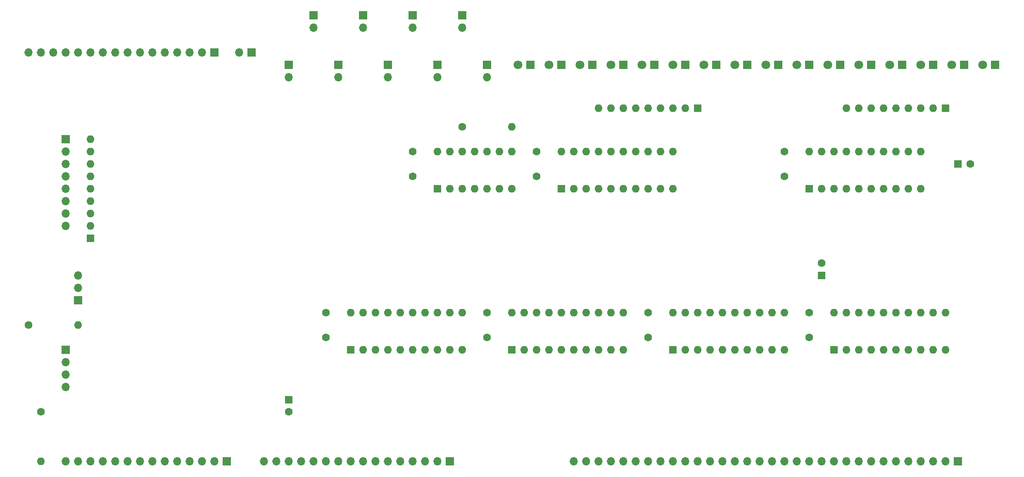
<source format=gbs>
G04 #@! TF.GenerationSoftware,KiCad,Pcbnew,(7.0.0)*
G04 #@! TF.CreationDate,2024-11-17T17:27:16-08:00*
G04 #@! TF.ProjectId,status_word,73746174-7573-45f7-976f-72642e6b6963,rev?*
G04 #@! TF.SameCoordinates,Original*
G04 #@! TF.FileFunction,Soldermask,Bot*
G04 #@! TF.FilePolarity,Negative*
%FSLAX46Y46*%
G04 Gerber Fmt 4.6, Leading zero omitted, Abs format (unit mm)*
G04 Created by KiCad (PCBNEW (7.0.0)) date 2024-11-17 17:27:16*
%MOMM*%
%LPD*%
G01*
G04 APERTURE LIST*
%ADD10C,1.600000*%
%ADD11O,1.600000X1.600000*%
%ADD12R,1.700000X1.700000*%
%ADD13O,1.700000X1.700000*%
%ADD14R,1.600000X1.600000*%
%ADD15R,1.800000X1.800000*%
%ADD16C,1.800000*%
G04 APERTURE END LIST*
D10*
X147320000Y-119300000D03*
X147320000Y-114300000D03*
X55880000Y-134620000D03*
D11*
X55879999Y-144779999D03*
D12*
X139699999Y-144779999D03*
D13*
X137159999Y-144779999D03*
X134619999Y-144779999D03*
X132079999Y-144779999D03*
X129539999Y-144779999D03*
X126999999Y-144779999D03*
X124459999Y-144779999D03*
X121919999Y-144779999D03*
X119379999Y-144779999D03*
X116839999Y-144779999D03*
X114299999Y-144779999D03*
X111759999Y-144779999D03*
X109219999Y-144779999D03*
X106679999Y-144779999D03*
X104139999Y-144779999D03*
X101599999Y-144779999D03*
D14*
X215899999Y-106639999D03*
D10*
X215900000Y-104140000D03*
D14*
X152399999Y-121919999D03*
D11*
X154939999Y-121919999D03*
X157479999Y-121919999D03*
X160019999Y-121919999D03*
X162559999Y-121919999D03*
X165099999Y-121919999D03*
X167639999Y-121919999D03*
X170179999Y-121919999D03*
X172719999Y-121919999D03*
X175259999Y-121919999D03*
X175259999Y-114299999D03*
X172719999Y-114299999D03*
X170179999Y-114299999D03*
X167639999Y-114299999D03*
X165099999Y-114299999D03*
X162559999Y-114299999D03*
X160019999Y-114299999D03*
X157479999Y-114299999D03*
X154939999Y-114299999D03*
X152399999Y-114299999D03*
D12*
X132079999Y-53339999D03*
D13*
X132079999Y-55879999D03*
D12*
X106679999Y-63499999D03*
D13*
X106679999Y-66039999D03*
D15*
X194309999Y-63499999D03*
D16*
X191770000Y-63500000D03*
D14*
X185419999Y-121919999D03*
D11*
X187959999Y-121919999D03*
X190499999Y-121919999D03*
X193039999Y-121919999D03*
X195579999Y-121919999D03*
X198119999Y-121919999D03*
X200659999Y-121919999D03*
X203199999Y-121919999D03*
X205739999Y-121919999D03*
X208279999Y-121919999D03*
X208279999Y-114299999D03*
X205739999Y-114299999D03*
X203199999Y-114299999D03*
X200659999Y-114299999D03*
X198119999Y-114299999D03*
X195579999Y-114299999D03*
X193039999Y-114299999D03*
X190499999Y-114299999D03*
X187959999Y-114299999D03*
X185419999Y-114299999D03*
D15*
X213359999Y-63499999D03*
D16*
X210820000Y-63500000D03*
D15*
X226059999Y-63499999D03*
D16*
X223520000Y-63500000D03*
D12*
X60959999Y-121919999D03*
D13*
X60959999Y-124459999D03*
X60959999Y-126999999D03*
X60959999Y-129539999D03*
D10*
X53340000Y-116840000D03*
D11*
X63499999Y-116839999D03*
D12*
X91439999Y-60959999D03*
D13*
X88899999Y-60959999D03*
X86359999Y-60959999D03*
X83819999Y-60959999D03*
X81279999Y-60959999D03*
X78739999Y-60959999D03*
X76199999Y-60959999D03*
X73659999Y-60959999D03*
X71119999Y-60959999D03*
X68579999Y-60959999D03*
X66039999Y-60959999D03*
X63499999Y-60959999D03*
X60959999Y-60959999D03*
X58419999Y-60959999D03*
X55879999Y-60959999D03*
X53339999Y-60959999D03*
D12*
X60959999Y-78739999D03*
D13*
X60959999Y-81279999D03*
X60959999Y-83819999D03*
X60959999Y-86359999D03*
X60959999Y-88899999D03*
X60959999Y-91439999D03*
X60959999Y-93979999D03*
X60959999Y-96519999D03*
D15*
X245109999Y-63499999D03*
D16*
X242570000Y-63500000D03*
D12*
X147319999Y-63499999D03*
D13*
X147319999Y-66039999D03*
D14*
X190499999Y-72389999D03*
D11*
X187959999Y-72389999D03*
X185419999Y-72389999D03*
X182879999Y-72389999D03*
X180339999Y-72389999D03*
X177799999Y-72389999D03*
X175259999Y-72389999D03*
X172719999Y-72389999D03*
X170179999Y-72389999D03*
D12*
X111759999Y-53339999D03*
D13*
X111759999Y-55879999D03*
D14*
X162559999Y-88899999D03*
D11*
X165099999Y-88899999D03*
X167639999Y-88899999D03*
X170179999Y-88899999D03*
X172719999Y-88899999D03*
X175259999Y-88899999D03*
X177799999Y-88899999D03*
X180339999Y-88899999D03*
X182879999Y-88899999D03*
X185419999Y-88899999D03*
X185419999Y-81279999D03*
X182879999Y-81279999D03*
X180339999Y-81279999D03*
X177799999Y-81279999D03*
X175259999Y-81279999D03*
X172719999Y-81279999D03*
X170179999Y-81279999D03*
X167639999Y-81279999D03*
X165099999Y-81279999D03*
X162559999Y-81279999D03*
D15*
X156209999Y-63499999D03*
D16*
X153670000Y-63500000D03*
D14*
X213359999Y-88899999D03*
D11*
X215899999Y-88899999D03*
X218439999Y-88899999D03*
X220979999Y-88899999D03*
X223519999Y-88899999D03*
X226059999Y-88899999D03*
X228599999Y-88899999D03*
X231139999Y-88899999D03*
X233679999Y-88899999D03*
X236219999Y-88899999D03*
X236219999Y-81279999D03*
X233679999Y-81279999D03*
X231139999Y-81279999D03*
X228599999Y-81279999D03*
X226059999Y-81279999D03*
X223519999Y-81279999D03*
X220979999Y-81279999D03*
X218439999Y-81279999D03*
X215899999Y-81279999D03*
X213359999Y-81279999D03*
D15*
X168909999Y-63499999D03*
D16*
X166370000Y-63500000D03*
D14*
X119379999Y-121919999D03*
D11*
X121919999Y-121919999D03*
X124459999Y-121919999D03*
X126999999Y-121919999D03*
X129539999Y-121919999D03*
X132079999Y-121919999D03*
X134619999Y-121919999D03*
X137159999Y-121919999D03*
X139699999Y-121919999D03*
X142239999Y-121919999D03*
X142239999Y-114299999D03*
X139699999Y-114299999D03*
X137159999Y-114299999D03*
X134619999Y-114299999D03*
X132079999Y-114299999D03*
X129539999Y-114299999D03*
X126999999Y-114299999D03*
X124459999Y-114299999D03*
X121919999Y-114299999D03*
X119379999Y-114299999D03*
D10*
X157480000Y-86280000D03*
X157480000Y-81280000D03*
D15*
X200659999Y-63499999D03*
D16*
X198120000Y-63500000D03*
D12*
X142239999Y-53339999D03*
D13*
X142239999Y-55879999D03*
D10*
X142240000Y-76200000D03*
D11*
X152399999Y-76199999D03*
D12*
X93979999Y-144779999D03*
D13*
X91439999Y-144779999D03*
X88899999Y-144779999D03*
X86359999Y-144779999D03*
X83819999Y-144779999D03*
X81279999Y-144779999D03*
X78739999Y-144779999D03*
X76199999Y-144779999D03*
X73659999Y-144779999D03*
X71119999Y-144779999D03*
X68579999Y-144779999D03*
X66039999Y-144779999D03*
X63499999Y-144779999D03*
X60959999Y-144779999D03*
D15*
X175259999Y-63499999D03*
D16*
X172720000Y-63500000D03*
D14*
X106679999Y-132119999D03*
D10*
X106680000Y-134620000D03*
X213360000Y-119300000D03*
X213360000Y-114300000D03*
D15*
X219709999Y-63499999D03*
D16*
X217170000Y-63500000D03*
D15*
X162559999Y-63499999D03*
D16*
X160020000Y-63500000D03*
D12*
X116839999Y-63499999D03*
D13*
X116839999Y-66039999D03*
D15*
X181609999Y-63499999D03*
D16*
X179070000Y-63500000D03*
D12*
X99059999Y-60959999D03*
D13*
X96519999Y-60959999D03*
D10*
X208280000Y-86280000D03*
X208280000Y-81280000D03*
D14*
X137159999Y-88899999D03*
D11*
X139699999Y-88899999D03*
X142239999Y-88899999D03*
X144779999Y-88899999D03*
X147319999Y-88899999D03*
X149859999Y-88899999D03*
X152399999Y-88899999D03*
X152399999Y-81279999D03*
X149859999Y-81279999D03*
X147319999Y-81279999D03*
X144779999Y-81279999D03*
X142239999Y-81279999D03*
X139699999Y-81279999D03*
X137159999Y-81279999D03*
D10*
X114300000Y-119300000D03*
X114300000Y-114300000D03*
D14*
X241299999Y-72389999D03*
D11*
X238759999Y-72389999D03*
X236219999Y-72389999D03*
X233679999Y-72389999D03*
X231139999Y-72389999D03*
X228599999Y-72389999D03*
X226059999Y-72389999D03*
X223519999Y-72389999D03*
X220979999Y-72389999D03*
D15*
X207009999Y-63499999D03*
D16*
X204470000Y-63500000D03*
D14*
X218439999Y-121919999D03*
D11*
X220979999Y-121919999D03*
X223519999Y-121919999D03*
X226059999Y-121919999D03*
X228599999Y-121919999D03*
X231139999Y-121919999D03*
X233679999Y-121919999D03*
X236219999Y-121919999D03*
X238759999Y-121919999D03*
X241299999Y-121919999D03*
X241299999Y-114299999D03*
X238759999Y-114299999D03*
X236219999Y-114299999D03*
X233679999Y-114299999D03*
X231139999Y-114299999D03*
X228599999Y-114299999D03*
X226059999Y-114299999D03*
X223519999Y-114299999D03*
X220979999Y-114299999D03*
X218439999Y-114299999D03*
D15*
X232409999Y-63499999D03*
D16*
X229870000Y-63500000D03*
D12*
X126999999Y-63499999D03*
D13*
X126999999Y-66039999D03*
D15*
X251459999Y-63499999D03*
D16*
X248920000Y-63500000D03*
D10*
X132080000Y-81280000D03*
X132080000Y-86280000D03*
D15*
X187959999Y-63499999D03*
D16*
X185420000Y-63500000D03*
D12*
X121919999Y-53339999D03*
D13*
X121919999Y-55879999D03*
D14*
X243839999Y-83819999D03*
D10*
X246340000Y-83820000D03*
D15*
X238759999Y-63499999D03*
D16*
X236220000Y-63500000D03*
D12*
X137159999Y-63499999D03*
D13*
X137159999Y-66039999D03*
D12*
X243839999Y-144779999D03*
D13*
X241299999Y-144779999D03*
X238759999Y-144779999D03*
X236219999Y-144779999D03*
X233679999Y-144779999D03*
X231139999Y-144779999D03*
X228599999Y-144779999D03*
X226059999Y-144779999D03*
X223519999Y-144779999D03*
X220979999Y-144779999D03*
X218439999Y-144779999D03*
X215899999Y-144779999D03*
X213359999Y-144779999D03*
X210819999Y-144779999D03*
X208279999Y-144779999D03*
X205739999Y-144779999D03*
X203199999Y-144779999D03*
X200659999Y-144779999D03*
X198119999Y-144779999D03*
X195579999Y-144779999D03*
X193039999Y-144779999D03*
X190499999Y-144779999D03*
X187959999Y-144779999D03*
X185419999Y-144779999D03*
X182879999Y-144779999D03*
X180339999Y-144779999D03*
X177799999Y-144779999D03*
X175259999Y-144779999D03*
X172719999Y-144779999D03*
X170179999Y-144779999D03*
X167639999Y-144779999D03*
X165099999Y-144779999D03*
D14*
X66039999Y-99059999D03*
D11*
X66039999Y-96519999D03*
X66039999Y-93979999D03*
X66039999Y-91439999D03*
X66039999Y-88899999D03*
X66039999Y-86359999D03*
X66039999Y-83819999D03*
X66039999Y-81279999D03*
X66039999Y-78739999D03*
D12*
X63499999Y-111759999D03*
D13*
X63499999Y-109219999D03*
X63499999Y-106679999D03*
D10*
X180340000Y-119300000D03*
X180340000Y-114300000D03*
M02*

</source>
